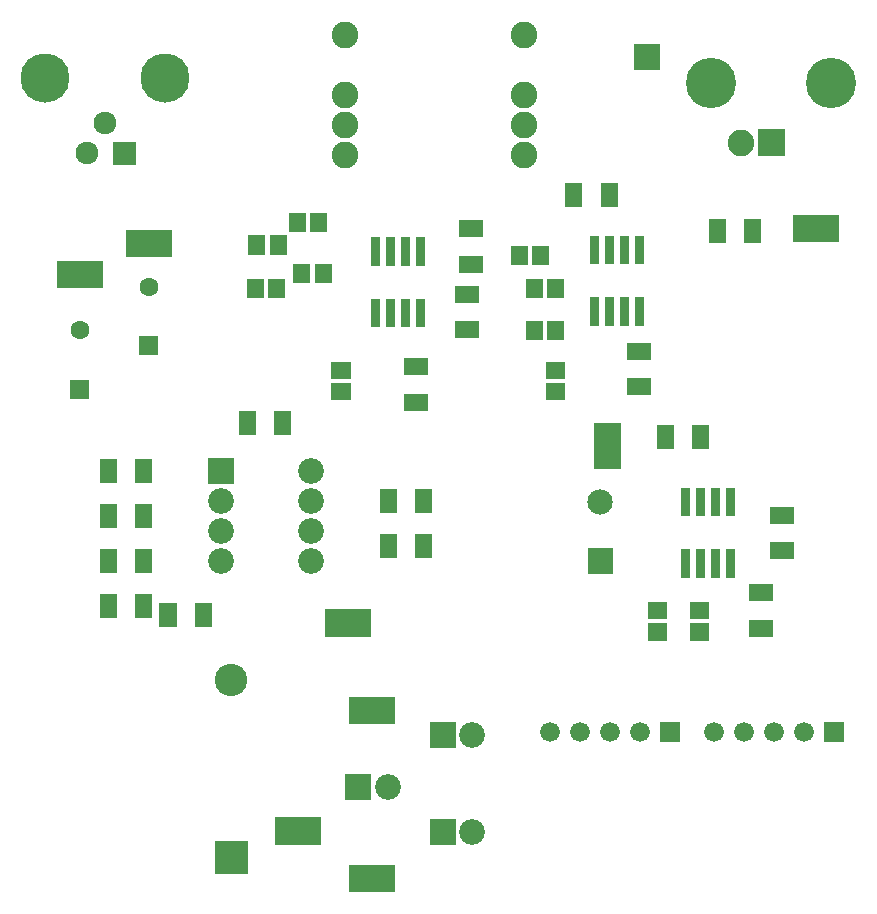
<source format=gts>
G04 start of page 2 for group 2 layer_idx 8 *
G04 Title: (unknown), top_mask *
G04 Creator: pcb-rnd 2.2.1 *
G04 CreationDate: 2020-06-03 18:25:36 UTC *
G04 For:  *
G04 Format: Gerber/RS-274X *
G04 PCB-Dimensions: 500000 500000 *
G04 PCB-Coordinate-Origin: lower left *
%MOIN*%
%FSLAX25Y25*%
%LNTOP_MASK_NONE_2*%
%ADD79C,0.1083*%
%ADD78C,0.0660*%
%ADD77C,0.0886*%
%ADD76C,0.1678*%
%ADD75C,0.0846*%
%ADD74C,0.1639*%
%ADD73C,0.0759*%
%ADD72C,0.0890*%
%ADD71C,0.0860*%
%ADD70C,0.0630*%
%ADD69C,0.0001*%
G54D69*G36*
X120315Y322536D02*Y313464D01*
X135685D01*
Y322536D01*
X120315D01*
G37*
G36*
X97315Y312036D02*Y302964D01*
X112685D01*
Y312036D01*
X97315D01*
G37*
G36*
X124846Y280661D02*X131154D01*
Y286969D01*
X124846D01*
Y280661D01*
G37*
G54D70*X128000Y303500D03*
G54D69*G36*
X101846Y266161D02*X108154D01*
Y272469D01*
X101846D01*
Y266161D01*
G37*
G54D70*X105000Y289000D03*
G54D69*G36*
X181859Y311252D02*X176141D01*
Y304748D01*
X181859D01*
Y311252D01*
G37*
G36*
X180316Y328252D02*X174598D01*
Y321748D01*
X180316D01*
Y328252D01*
G37*
G36*
X187402D02*X181684D01*
Y321748D01*
X187402D01*
Y328252D01*
G37*
G36*
X166859Y320752D02*X161141D01*
Y314248D01*
X166859D01*
Y320752D01*
G37*
G36*
X173945D02*X168227D01*
Y314248D01*
X173945D01*
Y320752D01*
G37*
G36*
X166359Y306252D02*X160641D01*
Y299748D01*
X166359D01*
Y306252D01*
G37*
G36*
X173445D02*X167727D01*
Y299748D01*
X173445D01*
Y306252D01*
G37*
G36*
X163721Y262007D02*X158003D01*
Y253927D01*
X163721D01*
Y262007D01*
G37*
G36*
X117316Y231007D02*X111598D01*
Y222927D01*
X117316D01*
Y231007D01*
G37*
G36*
Y246007D02*X111598D01*
Y237927D01*
X117316D01*
Y246007D01*
G37*
G36*
X147700Y246300D02*X156300D01*
Y237700D01*
X147700D01*
Y246300D01*
G37*
G54D71*X152000Y232000D03*
G54D69*G36*
X129126Y231007D02*X123408D01*
Y222927D01*
X129126D01*
Y231007D01*
G37*
G36*
Y246007D02*X123408D01*
Y237927D01*
X129126D01*
Y246007D01*
G37*
G36*
X175531Y262007D02*X169813D01*
Y253927D01*
X175531D01*
Y262007D01*
G37*
G54D71*X182000Y242000D03*
Y232000D03*
Y222000D03*
G54D69*G36*
X210626Y236007D02*X204908D01*
Y227927D01*
X210626D01*
Y236007D01*
G37*
G36*
X222436D02*X216718D01*
Y227927D01*
X222436D01*
Y236007D01*
G37*
G54D71*X152000Y222000D03*
G54D69*G36*
X253598Y299748D02*X259316D01*
Y306252D01*
X253598D01*
Y299748D01*
G37*
G36*
X272454Y338040D02*X266736D01*
Y329960D01*
X272454D01*
Y338040D01*
G37*
G36*
X284264D02*X278546D01*
Y329960D01*
X284264D01*
Y338040D01*
G37*
G36*
X261445Y317252D02*X255727D01*
Y310748D01*
X261445D01*
Y317252D01*
G37*
G36*
X260684Y285748D02*X266402D01*
Y292252D01*
X260684D01*
Y285748D01*
G37*
G36*
X253598D02*X259316D01*
Y292252D01*
X253598D01*
Y285748D01*
G37*
G36*
X260684Y299748D02*X266402D01*
Y306252D01*
X260684D01*
Y299748D01*
G37*
G36*
X260248Y271316D02*Y265598D01*
X266752D01*
Y271316D01*
X260248D01*
G37*
G36*
X188748Y271359D02*Y265641D01*
X195252D01*
Y271359D01*
X188748D01*
G37*
G36*
X212960Y267859D02*Y262141D01*
X221040D01*
Y267859D01*
X212960D01*
G37*
G36*
X260248Y278402D02*Y272684D01*
X266752D01*
Y278402D01*
X260248D01*
G37*
G36*
X188748Y278445D02*Y272727D01*
X195252D01*
Y278445D01*
X188748D01*
G37*
G36*
X212960Y279669D02*Y273951D01*
X221040D01*
Y279669D01*
X212960D01*
G37*
G36*
X202000Y290000D02*Y299500D01*
X205000D01*
Y290000D01*
X202000D01*
G37*
G36*
X207000D02*Y299500D01*
X210000D01*
Y290000D01*
X207000D01*
G37*
G36*
X212000D02*Y299500D01*
X215000D01*
Y290000D01*
X212000D01*
G37*
G36*
X275000Y290500D02*Y300000D01*
X278000D01*
Y290500D01*
X275000D01*
G37*
G36*
X280000D02*Y300000D01*
X283000D01*
Y290500D01*
X280000D01*
G37*
G36*
X217000Y290000D02*Y299500D01*
X220000D01*
Y290000D01*
X217000D01*
G37*
G36*
X229960Y292049D02*Y286331D01*
X238040D01*
Y292049D01*
X229960D01*
G37*
G36*
Y303859D02*Y298141D01*
X238040D01*
Y303859D01*
X229960D01*
G37*
G36*
X231460Y325669D02*Y319951D01*
X239540D01*
Y325669D01*
X231460D01*
G37*
G36*
X205000Y320000D02*Y310500D01*
X202000D01*
Y320000D01*
X205000D01*
G37*
G36*
X210000D02*Y310500D01*
X207000D01*
Y320000D01*
X210000D01*
G37*
G36*
X215000D02*Y310500D01*
X212000D01*
Y320000D01*
X215000D01*
G37*
G36*
X220000D02*Y310500D01*
X217000D01*
Y320000D01*
X220000D01*
G37*
G36*
X278000Y320500D02*Y311000D01*
X275000D01*
Y320500D01*
X278000D01*
G37*
G36*
X283000D02*Y311000D01*
X280000D01*
Y320500D01*
X283000D01*
G37*
G36*
X231460Y313859D02*Y308141D01*
X239540D01*
Y313859D01*
X231460D01*
G37*
G36*
X254359Y317252D02*X248641D01*
Y310748D01*
X254359D01*
Y317252D01*
G37*
G36*
X188945Y311252D02*X183227D01*
Y304748D01*
X188945D01*
Y311252D01*
G37*
G54D72*X253000Y347500D03*
X193500D03*
G54D73*X107240Y348000D03*
G54D69*G36*
X116045Y351795D02*Y344205D01*
X123635D01*
Y351795D01*
X116045D01*
G37*
G54D72*X253000Y357500D03*
X193500D03*
G54D73*X113540Y358000D03*
G54D72*X253000Y367500D03*
X193500D03*
G54D74*X93540Y373000D03*
X133540D03*
G54D72*X253000Y387500D03*
X193500D03*
G54D69*G36*
X294228Y198382D02*Y192664D01*
X300732D01*
Y198382D01*
X294228D01*
G37*
G36*
X308480Y236480D02*Y226980D01*
X305480D01*
Y236480D01*
X308480D01*
G37*
G54D75*X278480Y231823D03*
G54D69*G36*
X274243Y207901D02*X282717D01*
Y216375D01*
X274243D01*
Y207901D01*
G37*
G36*
X308228Y198382D02*Y192664D01*
X314732D01*
Y198382D01*
X308228D01*
G37*
G36*
X305480Y206480D02*Y215980D01*
X308480D01*
Y206480D01*
X305480D01*
G37*
G36*
X310480D02*Y215980D01*
X313480D01*
Y206480D01*
X310480D01*
G37*
G36*
X315480D02*Y215980D01*
X318480D01*
Y206480D01*
X315480D01*
G37*
G36*
X320480D02*Y215980D01*
X323480D01*
Y206480D01*
X320480D01*
G37*
G36*
X313480Y236480D02*Y226980D01*
X310480D01*
Y236480D01*
X313480D01*
G37*
G36*
X318480D02*Y226980D01*
X315480D01*
Y236480D01*
X318480D01*
G37*
G36*
X323480D02*Y226980D01*
X320480D01*
Y236480D01*
X323480D01*
G37*
G36*
X117316Y216007D02*X111598D01*
Y207927D01*
X117316D01*
Y216007D01*
G37*
G36*
X129126D02*X123408D01*
Y207927D01*
X129126D01*
Y216007D01*
G37*
G54D71*X152000Y212000D03*
X182000D03*
G54D69*G36*
X117316Y201007D02*X111598D01*
Y192927D01*
X117316D01*
Y201007D01*
G37*
G36*
X129126D02*X123408D01*
Y192927D01*
X129126D01*
Y201007D01*
G37*
G36*
X137221Y198007D02*X131503D01*
Y189927D01*
X137221D01*
Y198007D01*
G37*
G36*
X149031D02*X143313D01*
Y189927D01*
X149031D01*
Y198007D01*
G37*
G36*
X186602Y195983D02*Y186912D01*
X201972D01*
Y195983D01*
X186602D01*
G37*
G36*
X210626Y221007D02*X204908D01*
Y212927D01*
X210626D01*
Y221007D01*
G37*
G36*
X222436D02*X216718D01*
Y212927D01*
X222436D01*
Y221007D01*
G37*
G36*
X320359Y326040D02*X314641D01*
Y317960D01*
X320359D01*
Y326040D01*
G37*
G36*
X342815Y327536D02*Y318464D01*
X358185D01*
Y327536D01*
X342815D01*
G37*
G54D76*X315500Y371500D03*
X355500D03*
G54D69*G36*
X331071Y355929D02*Y347071D01*
X339929D01*
Y355929D01*
X331071D01*
G37*
G54D77*X325500Y351500D03*
G54D69*G36*
X332169Y326040D02*X326451D01*
Y317960D01*
X332169D01*
Y326040D01*
G37*
G54D78*X326500Y155000D03*
X316500D03*
G54D69*G36*
X289700Y375700D02*Y384300D01*
X298300D01*
Y375700D01*
X289700D01*
G37*
G36*
X302974Y257559D02*X297256D01*
Y249480D01*
X302974D01*
Y257559D01*
G37*
G36*
X287460Y273049D02*Y267331D01*
X295540D01*
Y273049D01*
X287460D01*
G37*
G36*
Y284859D02*Y279141D01*
X295540D01*
Y284859D01*
X287460D01*
G37*
G36*
X285000Y290500D02*Y300000D01*
X288000D01*
Y290500D01*
X285000D01*
G37*
G36*
X290000D02*Y300000D01*
X293000D01*
Y290500D01*
X290000D01*
G37*
G36*
X276464Y242815D02*X285536D01*
Y258185D01*
X276464D01*
Y242815D01*
G37*
G36*
X294228Y191296D02*Y185578D01*
X300732D01*
Y191296D01*
X294228D01*
G37*
G36*
X308228D02*Y185578D01*
X314732D01*
Y191296D01*
X308228D01*
G37*
G36*
X314784Y257559D02*X309066D01*
Y249480D01*
X314784D01*
Y257559D01*
G37*
G36*
X288000Y320500D02*Y311000D01*
X285000D01*
Y320500D01*
X288000D01*
G37*
G36*
X293000D02*Y311000D01*
X290000D01*
Y320500D01*
X293000D01*
G37*
G36*
X305126Y151770D02*X298526D01*
Y158370D01*
X305126D01*
Y151770D01*
G37*
G54D78*X291826Y155070D03*
X281826D03*
X271826D03*
X261826D03*
G54D69*G36*
X327940Y192530D02*Y186812D01*
X336020D01*
Y192530D01*
X327940D01*
G37*
G36*
X359800Y151700D02*X353200D01*
Y158300D01*
X359800D01*
Y151700D01*
G37*
G54D78*X346500Y155000D03*
X336500D03*
G54D69*G36*
X327940Y204340D02*Y198622D01*
X336020D01*
Y204340D01*
X327940D01*
G37*
G36*
X334940Y218434D02*Y212716D01*
X343020D01*
Y218434D01*
X334940D01*
G37*
G36*
Y230245D02*Y224526D01*
X343020D01*
Y230245D01*
X334940D01*
G37*
G54D79*X155506Y172276D03*
G54D69*G36*
X150093Y107807D02*X160920D01*
Y118634D01*
X150093D01*
Y107807D01*
G37*
G36*
X194621Y110756D02*Y101685D01*
X209991D01*
Y110756D01*
X194621D01*
G37*
G36*
X170141Y126606D02*Y117535D01*
X185511D01*
Y126606D01*
X170141D01*
G37*
G36*
X221684Y158370D02*X230284D01*
Y149770D01*
X221684D01*
Y158370D01*
G37*
G54D71*X235826Y154070D03*
G54D69*G36*
X194621Y166756D02*Y157685D01*
X209991D01*
Y166756D01*
X194621D01*
G37*
G36*
X193506Y141020D02*X202106D01*
Y132420D01*
X193506D01*
Y141020D01*
G37*
G54D71*X207649Y136720D03*
G54D69*G36*
X221706Y126020D02*X230306D01*
Y117420D01*
X221706D01*
Y126020D01*
G37*
G54D71*X235849Y121720D03*
M02*

</source>
